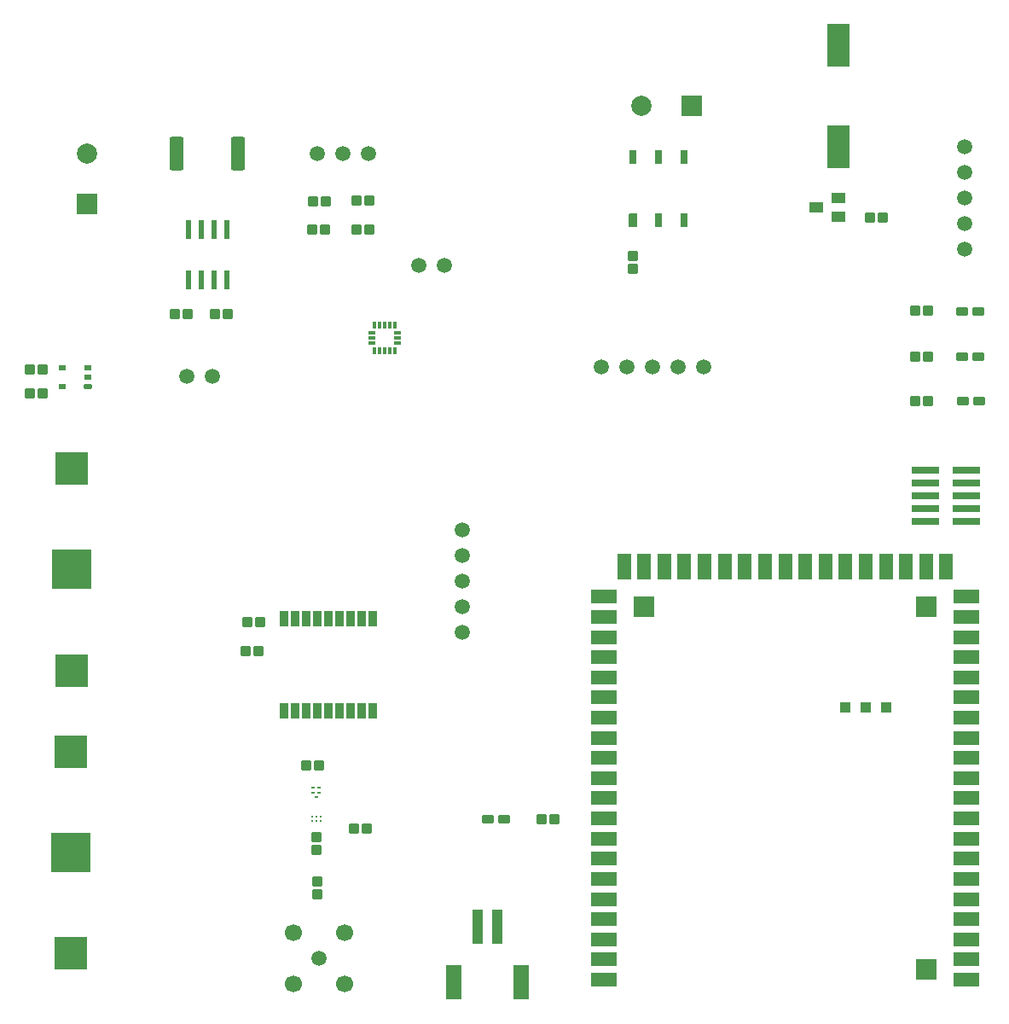
<source format=gbr>
%TF.GenerationSoftware,KiCad,Pcbnew,(5.99.0-10117-g2c3ee0d85f)*%
%TF.CreationDate,2021-04-28T15:41:31+02:00*%
%TF.ProjectId,som asset tracker,736f6d20-6173-4736-9574-20747261636b,rev?*%
%TF.SameCoordinates,Original*%
%TF.FileFunction,Soldermask,Top*%
%TF.FilePolarity,Negative*%
%FSLAX46Y46*%
G04 Gerber Fmt 4.6, Leading zero omitted, Abs format (unit mm)*
G04 Created by KiCad (PCBNEW (5.99.0-10117-g2c3ee0d85f)) date 2021-04-28 15:41:31*
%MOMM*%
%LPD*%
G01*
G04 APERTURE LIST*
G04 Aperture macros list*
%AMRoundRect*
0 Rectangle with rounded corners*
0 $1 Rounding radius*
0 $2 $3 $4 $5 $6 $7 $8 $9 X,Y pos of 4 corners*
0 Add a 4 corners polygon primitive as box body*
4,1,4,$2,$3,$4,$5,$6,$7,$8,$9,$2,$3,0*
0 Add four circle primitives for the rounded corners*
1,1,$1+$1,$2,$3*
1,1,$1+$1,$4,$5*
1,1,$1+$1,$6,$7*
1,1,$1+$1,$8,$9*
0 Add four rect primitives between the rounded corners*
20,1,$1+$1,$2,$3,$4,$5,0*
20,1,$1+$1,$4,$5,$6,$7,0*
20,1,$1+$1,$6,$7,$8,$9,0*
20,1,$1+$1,$8,$9,$2,$3,0*%
%AMOutline5P*
0 Free polygon, 5 corners , with rotation*
0 The origin of the aperture is its center*
0 number of corners: always 8*
0 $1 to $10 corner X, Y*
0 $11 Rotation angle, in degrees counterclockwise*
0 create outline with 8 corners*
4,1,5,$1,$2,$3,$4,$5,$6,$7,$8,$9,$10,$1,$2,$11*%
%AMOutline6P*
0 Free polygon, 6 corners , with rotation*
0 The origin of the aperture is its center*
0 number of corners: always 6*
0 $1 to $12 corner X, Y*
0 $13 Rotation angle, in degrees counterclockwise*
0 create outline with 6 corners*
4,1,6,$1,$2,$3,$4,$5,$6,$7,$8,$9,$10,$11,$12,$1,$2,$13*%
%AMOutline7P*
0 Free polygon, 7 corners , with rotation*
0 The origin of the aperture is its center*
0 number of corners: always 7*
0 $1 to $14 corner X, Y*
0 $15 Rotation angle, in degrees counterclockwise*
0 create outline with 7 corners*
4,1,7,$1,$2,$3,$4,$5,$6,$7,$8,$9,$10,$11,$12,$13,$14,$1,$2,$15*%
%AMOutline8P*
0 Free polygon, 8 corners , with rotation*
0 The origin of the aperture is its center*
0 number of corners: always 8*
0 $1 to $16 corner X, Y*
0 $17 Rotation angle, in degrees counterclockwise*
0 create outline with 8 corners*
4,1,8,$1,$2,$3,$4,$5,$6,$7,$8,$9,$10,$11,$12,$13,$14,$15,$16,$1,$2,$17*%
G04 Aperture macros list end*
%ADD10R,0.300000X0.800000*%
%ADD11R,0.800000X0.300000*%
%ADD12RoundRect,0.250000X-0.300000X0.250000X-0.300000X-0.250000X0.300000X-0.250000X0.300000X0.250000X0*%
%ADD13R,0.325000X0.250000*%
%ADD14RoundRect,0.250000X-0.250000X-0.300000X0.250000X-0.300000X0.250000X0.300000X-0.250000X0.300000X0*%
%ADD15R,0.600000X1.970000*%
%ADD16R,2.000000X2.000000*%
%ADD17C,2.000000*%
%ADD18RoundRect,0.250000X0.300000X-0.250000X0.300000X0.250000X-0.300000X0.250000X-0.300000X-0.250000X0*%
%ADD19RoundRect,0.250000X0.250000X0.300000X-0.250000X0.300000X-0.250000X-0.300000X0.250000X-0.300000X0*%
%ADD20R,1.399540X0.998220*%
%ADD21R,1.000000X3.500000*%
%ADD22R,1.500000X3.400000*%
%ADD23R,3.180000X3.180000*%
%ADD24R,3.960000X3.960000*%
%ADD25R,2.500000X1.400000*%
%ADD26R,1.400000X2.500000*%
%ADD27R,1.000000X1.000000*%
%ADD28C,1.500000*%
%ADD29RoundRect,0.212500X-0.400000X-0.212500X0.400000X-0.212500X0.400000X0.212500X-0.400000X0.212500X0*%
%ADD30R,2.310000X4.220000*%
%ADD31RoundRect,0.212500X0.400000X0.212500X-0.400000X0.212500X-0.400000X-0.212500X0.400000X-0.212500X0*%
%ADD32C,1.700000*%
%ADD33RoundRect,0.137500X-0.262500X0.137500X-0.262500X-0.137500X0.262500X-0.137500X0.262500X0.137500X0*%
%ADD34R,0.800000X0.550000*%
%ADD35R,0.250000X0.250000*%
%ADD36Outline5P,0.400000X0.700000X0.400000X-0.700000X-0.400000X-0.700000X-0.400000X0.540000X-0.240000X0.700000X0.000000*%
%ADD37R,0.800000X1.400000*%
%ADD38R,2.790000X0.740000*%
%ADD39RoundRect,0.249999X-0.450001X-1.425001X0.450001X-1.425001X0.450001X1.425001X-0.450001X1.425001X0*%
%ADD40R,0.900000X1.600000*%
G04 APERTURE END LIST*
D10*
%TO.C,U7*%
X136650000Y-90475000D03*
X137150000Y-90475000D03*
X137650000Y-90475000D03*
X138150000Y-90475000D03*
X138650000Y-90475000D03*
D11*
X138925000Y-89700000D03*
X138925000Y-89200000D03*
X138925000Y-88700000D03*
D10*
X138650000Y-87925000D03*
X138150000Y-87925000D03*
X137650000Y-87925000D03*
X137150000Y-87925000D03*
X136650000Y-87925000D03*
D11*
X136375000Y-88700000D03*
X136375000Y-89200000D03*
X136375000Y-89700000D03*
%TD*%
D12*
%TO.C,C12*%
X103650000Y-92310000D03*
X102380000Y-92310000D03*
%TD*%
D13*
%TO.C,Z1*%
X130830000Y-134760000D03*
X130542500Y-134260000D03*
X130542500Y-133760000D03*
X131117500Y-133760000D03*
X131117500Y-134260000D03*
%TD*%
D14*
%TO.C,C10*%
X130975000Y-143105000D03*
X130975000Y-144375000D03*
%TD*%
D15*
%TO.C,U1*%
X122005000Y-78430000D03*
X120735000Y-78430000D03*
X119465000Y-78430000D03*
X118195000Y-78430000D03*
X118195000Y-83370000D03*
X119465000Y-83370000D03*
X120735000Y-83370000D03*
X122005000Y-83370000D03*
%TD*%
D16*
%TO.C,J2*%
X168115000Y-66175000D03*
D17*
X163115000Y-66175000D03*
%TD*%
D18*
%TO.C,R1*%
X190280000Y-95450000D03*
X191550000Y-95450000D03*
%TD*%
D19*
%TO.C,R10*%
X162250000Y-82320000D03*
X162250000Y-81050000D03*
%TD*%
D20*
%TO.C,Q1*%
X182709640Y-77179960D03*
X182709640Y-75280040D03*
X180510000Y-76230000D03*
%TD*%
D12*
%TO.C,R4*%
X154500000Y-136910000D03*
X153230000Y-136910000D03*
%TD*%
D21*
%TO.C,BT2*%
X146840000Y-147570000D03*
X148840000Y-147570000D03*
D22*
X144490000Y-153120000D03*
X151190000Y-153120000D03*
%TD*%
D23*
%TO.C,BT3*%
X106550000Y-102120000D03*
X106550000Y-122160000D03*
D24*
X106550000Y-112140000D03*
%TD*%
D12*
%TO.C,C11*%
X103650000Y-94700000D03*
X102380000Y-94700000D03*
%TD*%
D25*
%TO.C,mod1*%
X159372000Y-152845000D03*
X159372000Y-150845000D03*
X159372000Y-148845000D03*
X159372000Y-146845000D03*
X159372000Y-144845000D03*
X159372000Y-142845000D03*
X159372000Y-140845000D03*
X159372000Y-138845000D03*
X159372000Y-136845000D03*
X159372000Y-134845000D03*
X159372000Y-132845000D03*
X159372000Y-130845000D03*
X159372000Y-128845000D03*
X159372000Y-126845000D03*
X159372000Y-124845000D03*
X159372000Y-122845000D03*
X159372000Y-120845000D03*
X159372000Y-118845000D03*
X159372000Y-116845000D03*
X159372000Y-114845000D03*
D26*
X161380000Y-111837000D03*
X163380000Y-111837000D03*
X165380000Y-111837000D03*
X167380000Y-111837000D03*
X169380000Y-111837000D03*
X171380000Y-111837000D03*
X173380000Y-111837000D03*
X175380000Y-111837000D03*
X177380000Y-111837000D03*
X179380000Y-111837000D03*
X181380000Y-111837000D03*
X183380000Y-111837000D03*
X185380000Y-111837000D03*
X187380000Y-111837000D03*
X189380000Y-111837000D03*
X191380000Y-111837000D03*
X193380000Y-111837000D03*
D25*
X195388000Y-114845000D03*
X195388000Y-116845000D03*
X195388000Y-118845000D03*
X195388000Y-120845000D03*
X195388000Y-122845000D03*
X195388000Y-124845000D03*
X195388000Y-126845000D03*
X195388000Y-128845000D03*
X195388000Y-130845000D03*
X195388000Y-132845000D03*
X195388000Y-134845000D03*
X195388000Y-136845000D03*
X195388000Y-138845000D03*
X195388000Y-140845000D03*
X195388000Y-142845000D03*
X195388000Y-144845000D03*
X195388000Y-146845000D03*
X195388000Y-148845000D03*
X195388000Y-150845000D03*
X195388000Y-152845000D03*
D16*
X191380000Y-151845000D03*
X191380000Y-115845000D03*
X163380000Y-115845000D03*
D27*
X183380000Y-125845000D03*
X185380000Y-125845000D03*
X187380000Y-125845000D03*
%TD*%
D28*
%TO.C,U2*%
X130910000Y-70850000D03*
X133450000Y-70850000D03*
X135990000Y-70850000D03*
%TD*%
D18*
%TO.C,R9*%
X185789640Y-77199960D03*
X187059640Y-77199960D03*
%TD*%
D12*
%TO.C,C3*%
X136070000Y-78420000D03*
X134800000Y-78420000D03*
%TD*%
D28*
%TO.C,J5*%
X159170000Y-92050000D03*
X161710000Y-92050000D03*
X164250000Y-92050000D03*
X166790000Y-92050000D03*
X169330000Y-92050000D03*
%TD*%
D12*
%TO.C,C4*%
X136095000Y-75535000D03*
X134825000Y-75535000D03*
%TD*%
%TO.C,C7*%
X125240000Y-117405000D03*
X123970000Y-117405000D03*
%TD*%
D29*
%TO.C,D4*%
X147880000Y-136910000D03*
X149505000Y-136910000D03*
%TD*%
D18*
%TO.C,C2*%
X130420000Y-78390000D03*
X131690000Y-78390000D03*
%TD*%
%TO.C,R2*%
X190290000Y-91040000D03*
X191560000Y-91040000D03*
%TD*%
D12*
%TO.C,C8*%
X125120000Y-120270000D03*
X123850000Y-120270000D03*
%TD*%
D18*
%TO.C,R12*%
X116820000Y-86820000D03*
X118090000Y-86820000D03*
%TD*%
D16*
%TO.C,J1*%
X108115000Y-75885000D03*
D17*
X108115000Y-70885000D03*
%TD*%
D14*
%TO.C,L1*%
X130855000Y-138725000D03*
X130855000Y-139995000D03*
%TD*%
D28*
%TO.C,J3*%
X195190000Y-80350000D03*
X195190000Y-77810000D03*
X195190000Y-75270000D03*
X195190000Y-72730000D03*
X195190000Y-70190000D03*
%TD*%
D30*
%TO.C,PZ1*%
X182670000Y-70205000D03*
X182670000Y-60115000D03*
%TD*%
D18*
%TO.C,R3*%
X190260000Y-86470000D03*
X191530000Y-86470000D03*
%TD*%
%TO.C,C9*%
X129870000Y-131560000D03*
X131140000Y-131560000D03*
%TD*%
D23*
%TO.C,BT1*%
X106450000Y-150250000D03*
X106450000Y-130210000D03*
D24*
X106450000Y-140230000D03*
%TD*%
D31*
%TO.C,D1*%
X196622500Y-95410000D03*
X194997500Y-95410000D03*
%TD*%
D28*
%TO.C,AE1*%
X131130000Y-150700000D03*
D32*
X133630000Y-148200000D03*
X128530000Y-148200000D03*
X128530000Y-153300000D03*
X133630000Y-153300000D03*
%TD*%
D12*
%TO.C,R11*%
X122060000Y-86840000D03*
X120790000Y-86840000D03*
%TD*%
D33*
%TO.C,U6*%
X108200000Y-94005000D03*
D34*
X108200000Y-93055000D03*
X108200000Y-92105000D03*
X105600000Y-92105000D03*
X105600000Y-94005000D03*
%TD*%
D28*
%TO.C,J7*%
X117960000Y-93020000D03*
X120500000Y-93020000D03*
%TD*%
D35*
%TO.C,U4*%
X131240000Y-136700000D03*
X130840000Y-136700000D03*
X130440000Y-136700000D03*
X130440000Y-137100000D03*
X130840000Y-137100000D03*
X131240000Y-137100000D03*
%TD*%
D18*
%TO.C,R8*%
X134595000Y-137875000D03*
X135865000Y-137875000D03*
%TD*%
D28*
%TO.C,J6*%
X141030000Y-82000000D03*
X143570000Y-82000000D03*
%TD*%
%TO.C,J4*%
X145360000Y-118380000D03*
X145360000Y-115840000D03*
X145360000Y-113300000D03*
X145360000Y-110760000D03*
X145360000Y-108220000D03*
%TD*%
D18*
%TO.C,C1*%
X130505000Y-75605000D03*
X131775000Y-75605000D03*
%TD*%
D36*
%TO.C,U5*%
X162240000Y-77520000D03*
D37*
X164780000Y-77520000D03*
X167320000Y-77520000D03*
X167320000Y-71220000D03*
X164780000Y-71220000D03*
X162240000Y-71220000D03*
%TD*%
D38*
%TO.C,CON1*%
X195375000Y-107340000D03*
X191305000Y-107340000D03*
X195375000Y-106070000D03*
X191305000Y-106070000D03*
X195375000Y-104800000D03*
X191305000Y-104800000D03*
X195375000Y-103530000D03*
X191305000Y-103530000D03*
X195375000Y-102260000D03*
X191305000Y-102260000D03*
%TD*%
D31*
%TO.C,D3*%
X196562500Y-86520000D03*
X194937500Y-86520000D03*
%TD*%
D39*
%TO.C,R7*%
X116930000Y-70880000D03*
X123030000Y-70880000D03*
%TD*%
D31*
%TO.C,D2*%
X196535000Y-91010000D03*
X194910000Y-91010000D03*
%TD*%
D40*
%TO.C,mod2*%
X136440000Y-117010000D03*
X135340000Y-117010000D03*
X134240000Y-117010000D03*
X133140000Y-117010000D03*
X132040000Y-117010000D03*
X130940000Y-117010000D03*
X129840000Y-117010000D03*
X128740000Y-117010000D03*
X127640000Y-117010000D03*
X127640000Y-126210000D03*
X128740000Y-126210000D03*
X129840000Y-126210000D03*
X130940000Y-126210000D03*
X132040000Y-126210000D03*
X133140000Y-126210000D03*
X134240000Y-126210000D03*
X135340000Y-126210000D03*
X136440000Y-126210000D03*
%TD*%
M02*

</source>
